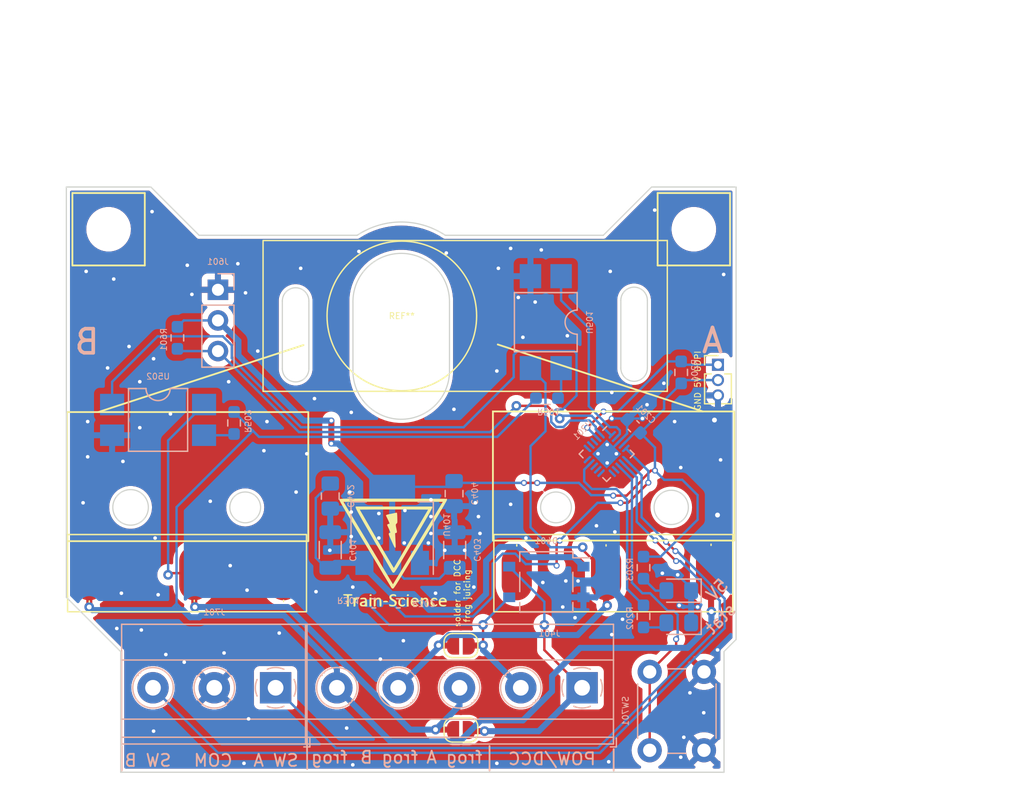
<source format=kicad_pcb>
(kicad_pcb (version 20221018) (generator pcbnew)
  (layers (0 "F.Cu" signal) (31 "B.Cu" signal) (34 "B.Paste" user) (35 "F.Paste" user) (36 "B.SilkS" user "B.Silkscreen") (37 "F.SilkS" user "F.Silkscreen") (38 "B.Mask" user) (39 "F.Mask" user) (44 "Edge.Cuts" user))
  (net 0 "")
  (net 1 "/limitSwitches/FROG")
  (net 2 "/attiny/LIM_B")
  (net 3 "VCC")
  (net 4 "GND")
  (net 5 "+5V")
  (net 6 "/power/DCC_B")
  (net 7 "/DCC/DCC_A")
  (net 8 "/limitSwitches/DCC_B")
  (net 9 "/limitSwitches/DCC_A")
  (net 10 "/attiny/LIM_A")
  (net 11 "/attiny/servo")
  (net 12 "/attiny/control_B")
  (net 13 "/attiny/control_A")
  (net 14 "/DCC/DCC_TTL")
  (net 15 "/DCC/GND")
  (net 16 "/attiny/finetune")
  (net 17 "/attiny/UPDI")
  (net 29 "Net-(R501-Pad2)")
  (net 30 "Net-(R502-Pad1)")
  (net 31 "Net-(D201-A)")
  (net 32 "Net-(D202-A)")
  (net 33 "Net-(U201-PB0)")
  (footprint "MountingHole:MountingHole_3.2mm_M3" (layer "F.Cu") (at 146.5 67.5)
    (fp_text reference "REF**" hide)
    (fp_text value "MountingHole_3.2mm_M3")
  )
  (footprint "MountingHole:MountingHole_3.2mm_M3" (layer "F.Cu") (at 98 67.5)
    (fp_text reference "REF**" hide)
    (fp_text value "MountingHole_3.2mm_M3")
  )
  (footprint "custom_kicad_lib_sk:microswitch" (layer "F.Cu") (at 105.6 96)
    (fp_text reference "SW502")
    (fp_text value "SW_SPDT")
  )
  (footprint "Jumper:SolderJumper-2_P1.3mm_Open_RoundedPad1.0x1.5mm" (layer "F.Cu") (at 127.2 102)
    (fp_text reference "JP401" hide)
    (fp_text value "SolderJumper_2_Open")
  )
  (footprint "custom_kicad_lib_sk:microswitch" (layer "F.Cu") (at 138.727 96 180)
    (fp_text reference "SW501")
    (fp_text value "SW_SPDT")
  )
  (footprint "Connector_PinHeader_1.27mm:PinHeader_1x03_P1.27mm_Vertical" (layer "F.Cu") (at 148.5 78.73)
    (fp_text reference "J201" hide)
    (fp_text value "Conn_01x03_Pin")
  )
  (footprint "custom_kicad_lib_sk:Train-Science logo small" (layer "F.Cu") (at 121.646428 94.39)
    (fp_text reference "G***" hide)
    (fp_text value "LOGO" hide)
  )
  (footprint "custom_kicad_lib_sk:mg90s" (layer "F.Cu") (at 122.301 75.184)
    (fp_text reference "REF**")
    (fp_text value "mg90s")
  )
  (footprint "Jumper:SolderJumper-2_P1.3mm_Open_RoundedPad1.0x1.5mm" (layer "F.Cu") (at 127.2 109)
    (fp_text reference "JP402" hide)
    (fp_text value "SolderJumper_2_Open")
  )
  (footprint "TerminalBlock_Phoenix:TerminalBlock_Phoenix_MKDS-1,5-3-5.08_1x03_P5.08mm_Horizontal" (layer "B.Cu") (at 111.84 105.5 180)
    (fp_text reference "J701")
    (fp_text value "Screw_Terminal_01x03")
  )
  (footprint "Resistor_SMD:R_0402_1005Metric" (layer "B.Cu") (at 119.98 98.5)
    (fp_text reference "R301")
    (fp_text value "26k")
  )
  (footprint "Capacitor_SMD:C_0805_2012Metric_Pad1.18x1.45mm_HandSolder" (layer "B.Cu") (at 116.3692 89.6124 90)
    (fp_text reference "C402")
    (fp_text value "100nF")
  )
  (footprint "Capacitor_SMD:C_0603_1608Metric" (layer "B.Cu") (at 141.515695 83.826005 135)
    (fp_text reference "C201")
    (fp_text value "100nF")
  )
  (footprint "Package_TO_SOT_SMD:SOT-223-3_TabPin2" (layer "B.Cu") (at 121.5 92 90)
    (fp_text reference "U401")
    (fp_text value "AMS1117-5.0")
  )
  (footprint "custom_kicad_lib_sk:R_0603_smalltext" (layer "B.Cu") (at 142.329 95.545 -90)
    (fp_text reference "R203")
    (fp_text value "680R")
  )
  (footprint "LED_SMD:LED_0805_2012Metric_Pad1.15x1.40mm_HandSolder" (layer "B.Cu") (at 145.25 97.45 180)
    (fp_text reference "D202" hide)
    (fp_text value "LED")
  )
  (footprint "LED_SMD:LED_0805_2012Metric_Pad1.15x1.40mm_HandSolder" (layer "B.Cu") (at 145.25 100.117 180)
    (fp_text reference "D201" hide)
    (fp_text value "LED")
  )
  (footprint "Package_TO_SOT_SMD:TO-269AA" (layer "B.Cu") (at 134.275 96.73 180)
    (fp_text reference "D401")
    (fp_text value "MB10S")
  )
  (footprint "Package_DIP:SMDIP-4_W7.62mm" (layer "B.Cu") (at 134.23 75.2 90)
    (fp_text reference "U501")
    (fp_text value "EL814")
  )
  (footprint "custom_kicad_lib_sk:R_0603_smalltext" (layer "B.Cu") (at 103.7 76.5 -90)
    (fp_text reference "R601")
    (fp_text value "10k")
  )
  (footprint "custom_kicad_lib_sk:VQFN-20-1EP_3x3mm_P0.4mm_EP1.7x1.7mm" (layer "B.Cu") (at 139.274695 86.125305 -135)
    (fp_text reference "U201")
    (fp_text value "ATtiny1616-M")
  )
  (footprint "Button_Switch_THT:SW_PUSH_6mm" (layer "B.Cu") (at 142.842428 104.181 -90)
    (fp_text reference "SW701")
    (fp_text value "6mm_tactile")
  )
  (footprint "custom_kicad_lib_sk:R_0603_smalltext" (layer "B.Cu") (at 134.33 81.5)
    (fp_text reference "R501")
    (fp_text value "1k5")
  )
  (footprint "TerminalBlock_Phoenix:TerminalBlock_Phoenix_MKDS-1,5-5-5.08_1x05_P5.08mm_Horizontal" (layer "B.Cu") (at 137.24 105.5 180)
    (fp_text reference "J401")
    (fp_text value "Screw_Terminal_01x05")
  )
  (footprint "Capacitor_SMD:C_0805_2012Metric_Pad1.18x1.45mm_HandSolder" (layer "B.Cu") (at 126.6308 89.4092 90)
    (fp_text reference "C404")
    (fp_text value "100nF")
  )
  (footprint "Resistor_SMD:R_0402_1005Metric" (layer "B.Cu") (at 122.01 98.5)
    (fp_text reference "R302")
    (fp_text value "10k")
  )
  (footprint "Package_DIP:SMDIP-4_W7.62mm" (layer "B.Cu") (at 102.1 83.3 180)
    (fp_text reference "U502")
    (fp_text value "EL814")
  )
  (footprint "custom_kicad_lib_sk:R_0603_smalltext" (layer "B.Cu") (at 142.329 99.5855 -90)
    (fp_text reference "R202")
    (fp_text value "680R")
  )
  (footprint "custom_kicad_lib_sk:R_0603_smalltext" (layer "B.Cu") (at 145.452 79.365 90)
    (fp_text reference "R201")
    (fp_text value "10k")
  )
  (footprint "Capacitor_SMD:C_1206_3216Metric" (layer "B.Cu") (at 116.3692 94.0828 90)
    (fp_text reference "C401")
    (fp_text value "47uF")
  )
  (footprint "custom_kicad_lib_sk:R_0603_smalltext" (layer "B.Cu") (at 108.3992 83.554 90)
    (fp_text reference "R502")
    (fp_text value "1k5")
  )
  (footprint "Capacitor_SMD:C_1206_3216Metric" (layer "B.Cu") (at 126.6816 94.0828 90)
    (fp_text reference "C403")
    (fp_text value "100uF")
  )
  (footprint "Connector_PinHeader_2.54mm:PinHeader_1x03_P2.54mm_Vertical" (layer "B.Cu") (at 107.061 72.517 180)
    (fp_text reference "J601")
    (fp_text value "Conn_01x03")
  )
  (gr_line (start 114.44 109.6) (end 114.4562 112.231) (stroke (width 0.15)) (layer "B.SilkS"))
  (gr_line (start 99.0892 112.231) (end 99.0892 110.326) (stroke (width 0.15)) (layer "B.SilkS"))
  (gr_line (start 129.5692 110.326) (end 129.5692 112.358) (stroke (width 0.15)) (layer "B.SilkS"))
  (gr_line (start 99.0892 112.358) (end 99.0892 112.231) (stroke (width 0.15)) (layer "B.SilkS"))
  (gr_line (start 139.8562 112.358) (end 139.8562 110.58) (stroke (width 0.15)) (layer "B.SilkS"))
  (gr_rect (start 95 64.5) (end 95 70.5) (stroke (width 0.15)) (fill none) (layer "F.SilkS"))
  (gr_rect (start 143.5 70.5) (end 149.5 70.5) (stroke (width 0.15)) (fill none) (layer "F.SilkS"))
  (gr_rect (start 143.5 64.5) (end 143.5 70.5) (stroke (width 0.15)) (fill none) (layer "F.SilkS"))
  (gr_rect (start 129.85 82.6) (end 149.85 93.3) (stroke (width 0.15)) (fill none) (layer "F.SilkS"))
  (gr_rect (start 94.55 82.65) (end 114.55 93.35) (stroke (width 0.15)) (fill none) (layer "F.SilkS"))
  (gr_line (start 130.25 77.05) (end 147.25 82.6) (stroke (width 0.15)) (layer "F.SilkS"))
  (gr_rect (start 95 64.5) (end 101 64.5) (stroke (width 0.15)) (fill none) (layer "F.SilkS"))
  (gr_line (start 97.15 82.65) (end 114.15 77.1) (stroke (width 0.15)) (layer "F.SilkS"))
  (gr_rect (start 143.5 64.5) (end 149.5 64.5) (stroke (width 0.15)) (fill none) (layer "F.SilkS"))
  (gr_rect (start 95 70.5) (end 101 70.5) (stroke (width 0.15)) (fill none) (layer "F.SilkS"))
  (gr_rect (start 149.5 64.5) (end 149.5 70.5) (stroke (width 0.15)) (fill none) (layer "F.SilkS"))
  (gr_rect (start 101 64.5) (end 101 70.5) (stroke (width 0.15)) (fill none) (layer "F.SilkS"))
  (gr_circle (center 99.822 90.55) (end 101.295419 90.55) (stroke (width 0.1)) (fill none) (layer "Edge.Cuts"))
  (gr_line (start 150 64) (end 143 64) (stroke (width 0.1)) (layer "Edge.Cuts"))
  (gr_circle (center 135.0772 90.55) (end 136.353534 90.55) (stroke (width 0.1)) (fill none) (layer "Edge.Cuts"))
  (gr_arc (start 140.45 73.4) (mid 141.55 72.3) (end 142.65 73.4) (stroke (width 0.1)) (layer "Edge.Cuts"))
  (gr_line (start 114.6 73.45) (end 114.6 79.05) (stroke (width 0.1)) (layer "Edge.Cuts"))
  (gr_line (start 112.4 79.05) (end 112.4 73.45) (stroke (width 0.1)) (layer "Edge.Cuts"))
  (gr_line (start 149 112.5) (end 99 112.5) (stroke (width 0.1)) (layer "Edge.Cuts"))
  (gr_line (start 94.5 98) (end 94.5 64) (stroke (width 0.1)) (layer "Edge.Cuts"))
  (gr_arc (start 112.4 73.45) (mid 113.5 72.35) (end 114.6 73.45) (stroke (width 0.1)) (layer "Edge.Cuts"))
  (gr_line (start 105.5 68) (end 118.6 68.000001) (stroke (width 0.1)) (layer "Edge.Cuts"))
  (gr_circle (center 109.3216 90.55) (end 110.597934 90.55) (stroke (width 0.1)) (fill none) (layer "Edge.Cuts"))
  (gr_line (start 149 112.5) (end 149 102.5) (stroke (width 0.1)) (layer "Edge.Cuts"))
  (gr_arc (start 118.6 68.000001) (mid 122.25 66.899054) (end 125.9 68.000001) (stroke (width 0.1)) (layer "Edge.Cuts"))
  (gr_line (start 94.5 64) (end 101.5 64) (stroke (width 0.1)) (layer "Edge.Cuts"))
  (gr_line (start 99 102.5) (end 94.5 98) (stroke (width 0.1)) (layer "Edge.Cuts"))
  (gr_line (start 150 64) (end 150 101.5) (stroke (width 0.1)) (layer "Edge.Cuts"))
  (gr_line (start 99 112.5) (end 99 102.5) (stroke (width 0.1)) (layer "Edge.Cuts"))
  (gr_line (start 149 102.5) (end 150 101.5) (stroke (width 0.1)) (layer "Edge.Cuts"))
  (gr_arc (start 114.6 79.05) (mid 113.5 80.15) (end 112.4 79.05) (stroke (width 0.1)) (layer "Edge.Cuts"))
  (gr_arc (start 118.25 73.5) (mid 122.25 69.5) (end 126.25 73.5) (stroke (width 0.1)) (layer "Edge.Cuts"))
  (gr_line (start 140.45 79) (end 140.45 73.4) (stroke (width 0.1)) (layer "Edge.Cuts"))
  (gr_line (start 118.25 79.248) (end 118.25 73.5) (stroke (width 0.1)) (layer "Edge.Cuts"))
  (gr_line (start 101.5 64) (end 105.5 68) (stroke (width 0.1)) (layer "Edge.Cuts"))
  (gr_line (start 126.25 73.5) (end 126.25 79.248) (stroke (width 0.1)) (layer "Edge.Cuts"))
  (gr_line (start 125.9 68.000001) (end 139 68) (stroke (width 0.1)) (layer "Edge.Cuts"))
  (gr_arc (start 126.25 79.248) (mid 122.25 83.248) (end 118.25 79.248) (stroke (width 0.1)) (layer "Edge.Cuts"))
  (gr_line (start 142.65 73.4) (end 142.65 79) (stroke (width 0.1)) (layer "Edge.Cuts"))
  (gr_line (start 139 68) (end 143 64) (stroke (width 0.1)) (layer "Edge.Cuts"))
  (gr_circle (center 144.6276 90.55) (end 146.047503 90.55) (stroke (width 0.1)) (fill none) (layer "Edge.Cuts"))
  (gr_arc (start 142.65 79) (mid 141.55 80.1) (end 140.45 79) (stroke (width 0.1)) (layer "Edge.Cuts"))
  (gr_text "5V" (at 149.568 97.069 45) (layer "B.SilkS") (effects (font (size 1 1)) (justify left bottom mirror)))
  (gr_text "SW A" (at 113.8212 112.104) (layer "B.SilkS") (effects (font (size 1 1)) (justify left bottom mirror)))
  (gr_text "frog" (at 117.8852 111.85) (layer "B.SilkS") (effects (font (size 1 1)) (justify left bottom mirror)))
  (gr_text "A" (at 149.1 77.9) (layer "B.SilkS") (effects (font (size 2 2) (thickness 0.3)) (justify left bottom mirror)))
  (gr_text "frog B\n" (at 123.7272 111.85) (layer "B.SilkS") (effects (font (size 1 1)) (justify left bottom mirror)))
  (gr_text "B" (at 97.4 78) (layer "B.SilkS") (effects (font (size 2 2) (thickness 0.3)) (justify left bottom mirror)))
  (gr_text "frog A" (at 129.0612 111.85) (layer "B.SilkS") (effects (font (size 1 1)) (justify left bottom mirror)))
  (gr_text "POW/DCC" (at 138.4592 111.977) (layer "B.SilkS") (effects (font (size 1 1)) (justify left bottom mirror)))
  (gr_text "SW B\n" (at 103.2802 112.104) (layer "B.SilkS") (effects (font (size 1 1)) (justify left bottom mirror)))
  (gr_text "stat" (at 150.203 99.101 45) (layer "B.SilkS") (effects (font (size 1 1)) (justify left bottom mirror)))
  (gr_text "COM" (at 108.3602 112.104) (layer "B.SilkS") (effects (font (size 1 1)) (justify left bottom mirror)))
  (gr_text "solder for DCC\n frog juicing" (at 128 100.5 90) (layer "F.SilkS") (effects (font (size 0.5 0.5) (thickness 0.075)) (justify left bottom)))
  (gr_text "GND 5V UDPI" (at 147.114 82.574 90) (layer "F.SilkS") (effects (font (size 0.5 0.5) (thickness 0.075)) (justify left bottom)))
  (segment (start 96.4 98.799) (end 96.4 96) (width 0.5) (layer "F.Cu") (net 1))
  (segment (start 147.927 99.159) (end 147.955 99.187) (width 0.5) (layer "F.Cu") (net 1))
  (segment (start 147.927 96) (end 147.927 99.159) (width 0.5) (layer "F.Cu") (net 1))
  (segment (start 96.393 98.806) (end 96.4 98.799) (width 0.5) (layer "F.Cu") (net 1))
  (via (at 147.955 99.187) (size 0.8) (drill 0.4) (layers "F.Cu" "B.Cu") (net 1))
  (via (at 96.393 98.806) (size 0.8) (drill 0.4) (layers "F.Cu" "B.Cu") (net 1))
  (segment (start 109.9587 84.201) (end 109.77985 84.02215) (width 0.2) (layer "B.Cu") (net 1))
  (segment (start 116.92 105.5) (end 121.363 109.943) (width 0.5) (layer "B.Cu") (net 1))
  (segment (start 103.632 90.5277) (end 103.632 98.526063) (width 0.2) (layer "B.Cu") (net 1))
  (segment (start 109.77985 84.37985) (end 109.77985 84.02215) (width 0.2) (layer "B.Cu") (net 1))
  (segment (start 112.541176 99.506) (end 116.92 103.884824) (width 0.5) (layer "B.Cu") (net 1))
  (segment (start 109.77985 84.02215) (end 108.3992 82.6415) (width 0.2) (layer "B.Cu") (net 1))
  (segment (start 116.92 103.884824) (end 116.92 105.5) (width 0.5) (layer "B.Cu") (net 1))
  (segment (start 104.165937 99.06) (end 104.761937 99.656) (width 0.5) (layer "B.Cu") (net 1))
  (segment (start 109.71635 84.44335) (end 109.77985 84.37985) (width 0.2) (layer "B.Cu") (net 1))
  (segment (start 130.2085 84.709) (end 110.4667 84.709) (width 0.2) (layer "B.Cu") (net 1))
  (segment (start 103.632 98.526063) (end 103.632 99.06) (width 0.2) (layer "B.Cu") (net 1))
  (segment (start 145.964091 102.193909) (end 147.955 100.203) (width 0.5) (layer "B.Cu") (net 1))
  (segment (start 105.658082 99.506) (end 112.541176 99.506) (width 0.5) (layer "B.Cu") (net 1))
  (segment (start 121.363 109.943) (end 127.106918 109.943) (width 0.5) (layer "B.Cu") (net 1))
  (segment (start 134.747 104.521) (end 137.074091 102.193909) (width 0.5) (layer "B.Cu") (net 1))
  (segment (start 103.632 98.526063) (end 103.124 99.034063) (width 0.2) (layer "B.Cu") (net 1))
  (segment (start 147.955 100.203) (end 147.955 99.187) (width 0.5) (layer "B.Cu") (net 1))
  (segment (start 127.106918 109.943) (end 128.845918 108.204) (width 0.5) (layer "B.Cu") (net 1))
  (segment (start 110.4667 84.709) (end 109.9587 84.201) (width 0.2) (layer "B.Cu") (net 1))
  (segment (start 103.632 99.06) (end 104.165937 99.06) (width 0.5) (layer "B.Cu") (net 1))
  (segment (start 103.124 99.06) (end 103.632 99.06) (width 0.5) (layer "B.Cu") (net 1))
  (segment (start 105.508082 99.656) (end 105.658082 99.506) (width 0.5) (layer "B.Cu") (net 1))
  (segment (start 96.647 99.06) (end 103.124 99.06) (width 0.5) (layer "B.Cu") (net 1))
  (segment (start 104.761937 99.656) (end 105.508082 99.656) (width 0.5) (layer "B.Cu") (net 1))
  (segment (start 109.9587 84.201) (end 109.71635 84.44335) (width 0.2) (layer "B.Cu") (net 1))
  (segment (start 137.074091 102.193909) (end 145.964091 102.193909) (width 0.5) (layer "B.Cu") (net 1))
  (segment (start 134.747 105.791) (end 134.747 104.521) (width 0.5) (layer "B.Cu") (net 1))
  (segment (start 128.845918 108.204) (end 132.334 108.204) (width 0.5) (layer "B.Cu") (net 1))
  (segment (start 109.71635 84.44335) (end 103.632 90.5277) (width 0.2) (layer "B.Cu") (net 1))
  (segment (start 103.632 98.526063) (end 104.165937 99.06) (width 0.2) (layer "B.Cu") (net 1))
  (segment (start 96.393 98.806) (end 96.647 99.06) (width 0.5) (layer "B.Cu") (net 1))
  (segment (start 103.124 99.034063) (end 103.124 99.06) (width 0.2) (layer "B.Cu") (net 1))
  (segment (start 132.334 108.204) (end 134.747 105.791) (width 0.5) (layer "B.Cu") (net 1))
  (segment (start 133.4175 81.5) (end 130.2085 84.709) (width 0.2) (layer "B.Cu") (net 1))
  (segment (start 137.795 75.692) (end 135.5 73.397) (width 0.2) (layer "B.Cu") (net 2))
  (segment (start 140.367157 84.467157) (end 140.367157 84.177209) (width 0.2) (layer "B.Cu") (net 2))
  (segment (start 135.5 73.397) (end 135.5 71.39) (width 0.2) (layer "B.Cu") (net 2))
  (segment (start 139.531662 83.901472) (end 137.795 82.16481) (width 0.2) (layer "B.Cu") (net 2))
  (segment (start 140.367157 84.177209) (end 140.09142 83.901472) (width 0.2) (layer "B.Cu") (net 2))
  (segment (start 140.017157 84.817157) (end 140.367157 84.467157) (width 0.2) (layer "B.Cu") (net 2))
  (segment (start 137.795 82.16481) (end 137.795 75.692) (width 0.2) (layer "B.Cu") (net 2))
  (segment (start 140.09142 83.901472) (end 139.531662 83.901472) (width 0.2) (layer "B.Cu") (net 2))
  (segment (start 119.2 95.15) (end 116.777 95.15) (width 0.5) (layer "B.Cu") (net 3))
  (segment (start 132.777 94.677) (end 131.93 93.83) (width 0.5) (layer "B.Cu") (net 3))
  (segment (start 116.777 95.15) (end 116.3692 95.5578) (width 0.5) (layer "B.Cu") (net 3))
  (segment (start 136.567 94.677) (end 132.777 94.677) (width 0.5) (layer "B.Cu") (net 3))
  (segment (start 115.1692 94.7222) (end 115.1692 89.7749) (width 0.2) (layer "B.Cu") (net 3))
  (segment (start 129.279913 94.98627) (end 129.279913 97.725095) (width 0.5) (layer "B.Cu") (net 3))
  (segment (start 137.35 95.46) (end 136.567 94.677) (width 0.5) (layer "B.Cu") (net 3))
  (segment (start 131.93 93.83) (end 130.436182 93.83) (width 0.5) (layer "B.Cu") (net 3))
  (segment (start 123.257 97.73) (end 121.43 97.73) (width 0.5) (layer "B.Cu") (net 3))
  (segment (start 116.0048 95.5578) (end 115.1692 94.7222) (width 0.2) (layer "B.Cu") (net 3))
  (segment (start 115.1692 89.7749) (end 116.3692 88.5749) (width 0.2) (layer "B.Cu") (net 3))
  (segment (start 116.3692 95.5578) (end 116.0048 95.5578) (width 0.2) (layer "B.Cu") (net 3))
  (segment (start 129.279913 97.725095) (end 127.968008 99.037) (width 0.5) (layer "B.Cu") (net 3))
  (segment (start 121.43 97.73) (end 119.2 95.5) (width 0.5) (layer "B.Cu") (net 3))
  (segment (start 119.2 95.5) (end 119.2 95.15) (width 0.5) (layer "B.Cu") (net 3))
  (segment (start 124.564 99.037) (end 123.257 97.73) (width 0.5) (layer "B.Cu") (net 3))
  (segment (start 130.436182 93.83) (end 129.279913 94.98627) (width 0.5) (layer "B.Cu") (net 3))
  (segment (start 127.968008 99.037) (end 124.564 99.037) (width 0.5) (layer "B.Cu") (net 3))
  (via (at 100.711 100.711) (size 0.5) (drill 0.3) (layers "F.Cu" "B.Cu") (net 4))
  (via (at 102.108 97.79) (size 0.5) (drill 0.3) (layers "F.Cu" "B.Cu") (net 4))
  (via (at 148.463 91.186) (size 0.8) (drill 0.4) (layers "F.Cu" "B.Cu") (net 4))
  (via (at 131.953 73.152) (size 0.5) (drill 0.3) (layers "F.Cu" "B.Cu") (net 4))
  (via (at 139.446 111.633) (size 0.5) (drill 0.3) (layers "F.Cu" "B.Cu") (net 4))
  (via (at 109.347 72.771) (size 0.5) (drill 0.3) (layers "F.Cu" "B.Cu") (net 4))
  (via (at 148.463 102.362) (size 0.5) (drill 0.3) (layers "F.Cu" "B.Cu") (net 4))
  (via (at 116.332 94.107) (size 0.5) (drill 0.3) (layers "F.Cu" "B.Cu") (net 4))
  (via (at 120.396 93.091) (size 0.5) (drill 0.3) (layers "F.Cu" "B.Cu") (net 4))
  (via (at 104.521 70.485) (size 0.5) (drill 0.3) (layers "F.Cu" "B.Cu") (net 4))
  (via (at 117.983 89.281) (size 0.5) (drill 0.3) (layers "F.Cu" "B.Cu") (net 4))
  (via (at 128.651 91.313) (size 0.5) (drill 0.3) (layers "F.Cu" "B.Cu") (net 4))
  (via (at 102.743 102.743) (size 0.5) (drill 0.3) (layers "F.Cu" "B.Cu") (net 4))
  (via (at 144.907 83.439) (size 0.5) (drill 0.3) (layers "F.Cu" "B.Cu") (net 4))
  (via (at 98.425 71.628) (size 0.5) (drill 0.3) (layers "F.Cu" "B.Cu") (net 4))
  (via (at 101.727 109.093) (size 0.5) (drill 0.3) (layers "F.Cu" "B.Cu") (net 4))
  (via (at 96.266 86.36) (size 0.5) (drill 0.3) (layers "F.Cu" "B.Cu") (net 4))
  (via (at 111.125 83.439) (size 0.5) (drill 0.3) (layers "F.Cu" "B.Cu") (net 4))
  (via (at 128.778 92.71) (size 0.5) (drill 0.3) (layers "F.Cu" "B.Cu") (net 4))
  (via (at 117.729 108.839) (size 0.5) (drill 0.3) (layers "F.Cu" "B.Cu") (net 4))
  (via (at 133.858 69.215) (size 0.5) (drill 0.3) (layers "F.Cu" "B.Cu") (net 4))
  (via (at 101.6 66.04) (size 0.5) (drill 0.3) (layers "F.Cu" "B.Cu") (net 4))
  (via (at 142.621 82.042) (size 0.5) (drill 0.3) (layers "F.Cu" "B.Cu") (net 4))
  (via (at 136.017 76.327) (size 0.5) (drill 0.3) (layers "F.Cu" "B.Cu") (net 4))
  (via (at 113.538 89.281) (size 0.5) (drill 0.3) (layers "F.Cu" "B.Cu") (net 4))
  (via (at 125.857 94.107) (size 0.5) (drill 0.3) (layers "F.Cu" "B.Cu") (net 4))
  (via (at 107.95 80.137) (size 0.5) (drill 0.3) (layers "F.Cu" "B.Cu") (net 4))
  (via (at 100.584 80.137) (size 0.5) (drill 0.3) (layers "F.Cu" "B.Cu") (net 4))
  (via (at 135.636 98.806) (size 0.5) (drill 0.3) (layers "F.Cu" "B.Cu") (net 4))
  (via (at 104.267 103.378) (size 0.5) (drill 0.3) (layers "F.Cu" "B.Cu") (net 4))
  (via (at 110.871 85.852) (size 0.5) (drill 0.3) (layers "F.Cu" "B.Cu") (net 4))
  (via (at 118.11 90.932) (size 0.5) (drill 0.3) (layers "F.Cu" "B.Cu") (net 4))
  (via (at 97.917 78.994) (size 0.5) (drill 0.3) (layers "F.Cu" "B.Cu") (net 4))
  (via (at 109.22 111.76) (size 0.5) (drill 0.3) (layers "F.Cu" "B.Cu") (net 4))
  (via (at 122.555 90.805) (size 0.5) (drill 0.3) (layers "F.Cu" "B.Cu") (net 4))
  (via (at 146.177 105.918) (size 0.5) (drill 0.3) (layers "F.Cu" "B.Cu") (net 4))
  (via (at 139.7 83.185) (size 0.5) (drill 0.3) (layers "F.Cu" "B.Cu") (net 4))
  (via (at 110.363 77.597) (size 0.5) (drill 0.3) (layers "F.Cu" "B.Cu") (net 4))
  (via (at 148.971 71.247) (size 0.5) (drill 0.3) (layers "F.Cu" "B.Cu") (net 4))
  (via (at 130.175 111.76) (size 0.5) (drill 0.3) (layers "F.Cu" "B.Cu") (net 4))
  (via (at 118.745 69.342) (size 0.5) (drill 0.3) (layers "F.Cu" "B.Cu") (net 4))
  (via (at 145.415 111.252) (size 0.5) (drill 0.3) (layers "F.Cu" "B.Cu") (net 4))
  (via (at 115.062 81.534) (size 0.5) (drill 0.3) (layers "F.Cu" "B.Cu") (net 4))
  (via (at 145.161 96.139) (size 0.5) (drill 0.3) (layers "F.Cu" "B.Cu") (net 4))
  (via (at 95.885 90.17) (size 0.5) (drill 0.3) (layers "F.Cu" "B.Cu") (net 4))
  (via (at 144.018 80.264) (size 0.5) (drill 0.3) (layers "F.Cu" "B.Cu") (net 4))
  (via (at 103.124 82.804) (size 0.5) (drill 0.3) (layers "F.Cu" "B.Cu") (net 4))
  (via (at 96.139 70.993) (size 0.5) (drill 0.3) (layers "F.Cu" "B.Cu") (net 4))
  (via (at 133.985 96.774) (size 0.5) (drill 0.3) (layers "F.Cu" "B.Cu") (net 4))
  (via (at 148.717 86.614) (size 0.5) (drill 0.3) (layers "F.Cu" "B.Cu") (net 4))
  (via (at 118.237 111.887) (size 0.5) (drill 0.3) (layers "F.Cu" "B.Cu") (net 4))
  (via (at 128.397 90.17) (size 0.5) (drill 0.3) (layers "F.Cu" "B.Cu") (net 4))
  (via (at 122.428 101.6) (size 0.5) (drill 0.3) (layers "F.Cu" "B.Cu") (net 4))
  (via (at 138.557 86.106) (size 0.5) (drill 0.3) (layers "F.Cu" "B.Cu") (net 4))
  (via (at 115.189 97.536) (size 0.5) (drill 0.3) (layers "F.Cu" "B.Cu") (net 4))
  (via (at 108.712 70.358) (size 0.5) (drill 0.3) (layers "F.Cu" "B.Cu") (net 4))
  (via (at 132.334 76.454) (size 0.5) (drill 0.3) (layers "F.Cu" "B.Cu") (net 4))
  (via (at 145.288 98.679) (size 0.5) (drill 0.3) (layers "F.Cu" "B.Cu") (net 4))
  (via (at 118.11 92.964) (size 0.5) (drill 0.3) (layers "F.Cu" "B.Cu") (net 4))
  (via (at 118.11 82.677) (size 0.5) (drill 0.3) (layers "F.Cu" "B.Cu") (net 4))
  (via (at 120.523 103.124) (size 0.5) (drill 0.3) (layers "F.Cu" "B.Cu") (net 4))
  (via (at 139.7 81.026) (size 0.5) (drill 0.3) (layers "F.Cu" "B.Cu") (net 4))
  (via (at 124.714 91.313) (size 0.5) (drill 0.3) (layers "F.Cu" "B.Cu") (net 4))
  (via (at 146.812 98.806) (size 0.5) (drill 0.3) (layers "F.Cu" "B.Cu") (net 4))
  (via (at 124.5 93.5) (size 0.5) (drill 0.3) (layers "F.Cu" "B.Cu") (net 4))
  (via (at 139.954 92.583) (size 0.5) (drill 0.3) (layers "F.Cu" "B.Cu") (net 4))
  (via (at 130.302 70.739) (size 0.5) (drill 0.3) (layers "F.Cu" "B.Cu") (net 4))
  (via (at 139.7 101.092) (size 0.5) (drill 0.3) (layers "F.Cu" "B.Cu") (net 4))
  (via (at 106.426 90.043) (size 0.5) (drill 0.3) (layers "F.Cu" "B.Cu") (net 4))
  (via (at 104.902 72.898) (size 0.5) (drill 0.3) (layers "F.Cu" "B.Cu") (net 4))
  (via (at 145.669 109.601) (size 0.5) (drill 0.3) (layers "F.Cu" "B.Cu") (net 4))
  (via (at 133.35 73.533) (size 0.5) (drill 0.3) (layers "F.Cu" "B.Cu") (net 4))
  (via (at 99.187 86.741) (size 0.5) (drill 0.3) (layers "F.Cu" "B.Cu") (net 4))
  (via (at 99.06 97.663) (size 0.5) (drill 0.3) (layers "F.Cu" "B.Cu") (net 4))
  (via (at 122.5 93.5) (size 0.5) (drill 0.3) (layers "F.Cu" "B.Cu") (net 4))
  (via (at 125.095 97.663) (size 0.5) (drill 0.3) (layers "F.Cu" "B.Cu") (net 4))
  (via (at 145.415 87.249) (size 0.5) (drill 0.3) (layers "F.Cu" "B.Cu") (net 4))
  (via (at 136.652 99.695) (size 0.5) (drill 0.3) (layers "F.Cu" "B.Cu") (net 4))
  (via (at 124.714 92.71) (size 0.5) (drill 0.3) (layers "F.Cu" "B.Cu") (net 4))
  (via (at 136.906 96.647) (size 0.5) (drill 0.3) (layers "F.Cu" "B.Cu") (net 4))
  (via (at 135.89 96.647) (size 0.5) (drill 0.3) (layers "F.Cu" "B.Cu") (net 4))
  (via (at 101.727 78.232) (size 0.5) (drill 0.3) (layers "F.Cu" "B.Cu") (net 4))
  (via (at 96.266 83.439) (size 0.5) (drill 0.3) (layers "F.Cu" "B.Cu") (net 4))
  (via (at 112.141 100.965) (size 0.5) (drill 0.3) (layers "F.Cu" "B.Cu") (net 4))
  (via (at 126.619 82.423) (size 0.5) (drill 0.3) (layers "F.Cu" "B.Cu") (net 4))
  (via (at 98.679 100.584) (size 0.5) (drill 0.3) (layers "F.Cu" "B.Cu") (net 4))
  (via (at 131.318 69.088) (size 0.5) (drill 0.3) (layers "F.Cu" "B.Cu") (net 4))
  (via (at 118.237 97.155) (size 0.5) (drill 0.3) (layers "F.Cu" "B.Cu") (net 4))
  (via (at 143.256 65.913) (size 0.5) (drill 0.3) (layers "F.Cu" "B.Cu") (net 4))
  (via (at 143.891 96.012) (size 0.5) (drill 0.3) (layers "F.Cu" "B.Cu") (net 4))
  (via (at 131.318 90.297) (size 0.5) (drill 0.3) (layers "F.Cu" "B.Cu") (net 4))
  (via (at 128.27 97.155) (size 0.5) (drill 0.3) (layers "F.Cu" "B.Cu") (net 4))
  (via (at 114.427 86.106) (size 0.5) (drill 0.3) (layers "F.Cu" "B.Cu") (net 4))
  (via (at 127.508 94.107) (size 0.5) (drill 0.3) (layers "F.Cu" "B.Cu") (net 4))
  (via (at 109.601 108.077) (size 0.5) (drill 0.3) (layers "F.Cu" "B.Cu") (net 4))
  (via (at 140.589 99.822) (size 0.5) (drill 0.3) (layers "F.Cu" "B.Cu") (net 4))
  (via (at 142.24 83.185) (size 0.5) (drill 0.3) (layers "F.Cu" "B.Cu") (net 4))
  (via (at 148.209 83.312) (size 0.8) (drill 0.4) (layers "F.Cu" "B.Cu") (net 4))
  (via (at 132.588 93.091) (size 0.5) (drill 0.3) (layers "F.Cu" "B.Cu") (net 4))
  (via (at 147.32 107.569) (size 0.5) (drill 0.3) (layers "F.Cu" "B.Cu") (net 4))
  (via (at 113.919 70.739) (size 0.5) (drill 0.3) (layers "F.Cu" "B.Cu") (net 4))
  (via (at 124.714 89.916) (size 0.5) (drill 0.3) (layers "F.Cu" "B.Cu") (net 4))
  (via (at 139.319 85.344) (size 0.5) (drill 0.3) (layers "F.Cu" "B.Cu") (net 4))
  (via (at 101.854 93.091) (size 0.5) (drill 0.3) (layers "F.Cu" "B.Cu") (net 4))
  (via (at 99.695 77.216) (size 0.5) (drill 0.3) (layers "F.Cu" "B.Cu") (net 4))
  (via (at 100.584 83.947) (size 0.5) (drill 0.3) (layers "F.Cu" "B.Cu") (net 4))
  (via (at 108.077 95.377) (size 0.5) (drill 0.3) (layers "F.Cu" "B.Cu") (net 4))
  (via (at 140.081 86.106) (size 0.5) (drill 0.3) (layers "F.Cu" "B.Cu") (net 4))
  (via (at 107.569 102.616) (size 0.5) (drill 0.3) (layers "F.Cu" "B.Cu") (net 4))
  (via (at 109.474 97.409) (size 0.5) (drill 0.3) (layers "F.Cu" "B.Cu") (net 4))
  (via (at 139.319 86.868) (size 0.5) (drill 0.3) (layers "F.Cu" "B.Cu") (net 4))
  (via (at 120.396 91.059) (size 0.5) (drill 0.3) (layers "F.Cu" "B.Cu") (net 4))
  (via (at 139.573 70.993) (size 0.5) (drill 0.3) (layers "F.Cu" "B.Cu") (net 4))
  (via (at 125.984 69.469) (size 0.5) (drill 0.3) (layers "F.Cu" "B.Cu") (net 4))
  (via (at 130.175 79.248) (size 0.5) (drill 0.3) (layers "F.Cu" "B.Cu") (net 4))
  (via (at 138.43 92.075) (size 0.5) (drill 0.3) (layers "F.Cu" "B.Cu") (net 4))
  (segment (start 140.97 83.28031) (end 140.967687 83.277997) (width 0.2) (layer "B.Cu") (net 4))
  (segment (start 145.161 96.139) (end 146.275 97.253) (width 0.2) (layer "B.Cu") (net 4))
  (segment (start 140.87469 83.185) (end 140.967687 83.277997) (width 0.2) (layer "B.Cu") (net 4))
  (segment (start 140.3 85.1) (end 139.274695 86.125305) (width 0.2) (layer "B.Cu") (net 4))
  (segment (start 146.275 97.253) (end 146.275 97.45) (width 0.2) (layer "B.Cu") (net 4))
  (segment (start 140.3 85.1) (end 140.97 84.43) (width 0.2) (layer "B.Cu") (net 4))
  (segment (start 142.24 83.185) (end 141.060684 83.185) (width 0.2) (layer "B.Cu") (net 4))
  (segment (start 141.060684 83.185) (end 140.967687 83.277997) (width 0.2) (layer "B.Cu") (net 4))
  (segment (start 139.7 83.185) (end 140.87469 83.185) (width 0.2) (layer "B.Cu") (net 4))
  (segment (start 140.97 84.43) (end 140.97 83.28031) (width 0.2) (layer "B.Cu") (net 4))
  (segment (start 142.178668 88.321332) (end 140.9235 89.5765) (width 0.2) (layer "F.Cu") (net 5))
  (segment (start 116.459 85.2585) (end 116.459 83.3595) (width 0.5) (layer "F.Cu") (net 5))
  (segment (start 143.278168 87.5) (end 142.95085 87.5) (width 0.2) (layer "F.Cu") (net 5))
  (segment (start 142.178668 88.272182) (end 142.178668 88.321332) (width 0.2) (layer "F.Cu") (net 5))
  (segment (start 132.4195 88.519) (end 133.5185 88.519) (width 0.2) (layer "F.Cu") (net 5))
  (segment (start 140.9235 89.5765) (end 139.819444 89.5765) (width 0.2) (layer "F.Cu") (net 5))
  (segment (start 142.95085 87.5) (end 142.178668 88.272182) (width 0.2) (layer "F.Cu") (net 5))
  (via (at 132.4195 88.519) (size 0.5) (drill 0.3) (layers "F.Cu" "B.Cu") (net 5))
  (via (at 133.5185 88.519) (size 0.5) (drill 0.3) (layers "F.Cu" "B.Cu") (net 5))
  (via (at 116.459 83.3595) (size 0.5) (drill 0.3) (layers "F.Cu" "B.Cu") (net 5))
  (via (at 139.819444 89.5765) (size 0.5) (drill 0.3) (layers "F.Cu" "B.Cu") (net 5))
  (via (at 116.459 85.2585) (size 0.5) (drill 0.3) (layers "F.Cu" "B.Cu") (net 5))
  (via (at 143.278168 87.5) (size 0.5) (drill 0.3) (layers "F.Cu" "B.Cu") (net 5))
  (segment (start 121.5 95.15) (end 121.5 88.85) (width 0.5) (layer "B.Cu") (net 5))
  (segment (start 141.591673 84.374013) (end 142.063703 84.374013) (width 0.2) (layer "B.Cu") (net 5))
  (segment (start 116.459 83.3595) (end 114.167004 83.3595) (width 0.5) (layer "B.Cu") (net 5))
  (segment (start 104.2305 75.057) (end 107.061 75.057) (width 0.2) (layer "B.Cu") (net 5))
  (segment (start 146.812 89.535) (end 146.812 91.567) (width 0.2) (layer "B.Cu") (net 5))
  (segment (start 144.043168 88.265) (end 145.542 88.265) (width 0.2) (layer "B.Cu") (net 5))
  (segment (start 140.582843 85.382843) (end 141.591673 84.374013) (width 0.2) (layer "B.Cu") (net 5))
  (segment (start 126.6308 88.3717) (end 126.1525 88.85) (width 0.2) (layer "B.Cu") (net 5))
  (segment (start 126.6816 95.5578) (end 126.3112 95.5578) (width 0.2) (layer "B.Cu") (net 5))
  (segment (start 126.1525 88.85) (end 121.5 88.85) (width 0.2) (layer "B.Cu") (net 5))
  (segment (start 108.761 77.953496) (end 108.761 76.757) (width 0.5) (layer "B.Cu") (net 5))
  (segment (start 122.485 96.45) (end 121.5 95.465) (width 0.2) (layer "B.Cu") (net 5))
  (segment (start 126.3112 95.5578) (end 125.419 96.45) (width 0.2) (layer "B.Cu") (net 5))
  (segment (start 126.6308 88.3717) (end 126.7781 88.519) (width 0.2) (layer "B.Cu") (net 5))
  (segment (start 143.7465 94.6325) (end 142.329 94.6325) (width 0.2) (layer "B.Cu") (net 5))
  (segment (start 125.419 96.45) (end 122.485 96.45) (width 0.2) (layer "B.Cu") (net 5))
  (segment (start 145.7295 80) (end 145.452 80.2775) (width 0.2) (layer "B.Cu") (net 5))
  (segment (start 121.5 95.465) (end 121.5 95.15) (width 0.2) (layer "B.Cu") (net 5))
  (segment (start 108.761 76.757) (end 107.061 75.057) (width 0.5) (layer "B.Cu") (net 5))
  (segment (start 117.0085 85.2585) (end 116.459 85.2585) (width 0.5) (layer "B.Cu") (net 5))
  (segment (start 143.278168 87.5) (end 143.278168 85.588478) (width 0.2) (layer "B.Cu") (net 5))
  (segment (start 145.542 88.265) (end 146.812 89.535) (width 0.2) (layer "B.Cu") (net 5))
  (segment (start 144.037 82.400716) (end 144.037 82) (width 0.2) (layer "B.Cu") (net 5))
  (segment (start 143.278168 85.588478) (end 142.063703 84.374013) (width 0.2) (layer "B.Cu") (net 5))
  (segment (start 142.063703 84.374013) (end 144.037 82.400716) (width 0.2) (layer "B.Cu") (net 5))
  (segment (start 144.037 81.6925) (end 144.037 82) (width 0.2) (layer "B.Cu") (net 5))
  (segment (start 136.975314 88.519) (end 133.5185 88.519) (width 0.2) (layer "B.Cu") (net 5))
  (segment (start 114.167004 83.3595) (end 108.761 77.953496) (width 0.5) (layer "B.Cu") (net 5))
  (segment (start 146.812 91.567) (end 143.7465 94.6325) (width 0.2) (layer "B.Cu") (net 5))
  (segment (start 126.7781 88.519) (end 132.4195 88.519) (width 0.2) (layer "B.Cu") (net 5))
  (segment (start 121.5 88.85) (end 120.6 88.85) (width 0.5) (layer "B.Cu") (net 5))
  (segment (start 143.278168 87.5) (end 144.043168 88.265) (width 0.2) (layer "B.Cu") (net 5))
  (segment (start 148.5 80) (end 145.7295 80) (width 0.2) (layer "B.Cu") (net 5))
  (segment (start 120.6 88.85) (end 117.0085 85.2585) (width 0.5) (layer "B.Cu") (net 5))
  (segment (start 145.452 80.2775) (end 144.037 81.6925) (width 0.2) (layer "B.Cu") (net 5))
  (segment (start 139.819444 89.5765) (end 139.777944 89.535) (width 0.2) (layer "B.Cu") (net 5))
  (segment (start 139.777944 89.535) (end 137.991314 89.535) (width 0.2) (layer "B.Cu") (net 5))
  (segment (start 137.991314 89.535) (end 136.975314 88.519) (width 0.2) (layer "B.Cu") (net 5))
  (segment (start 103.7 75.5875) (end 104.2305 75.057) (width 0.2) (layer "B.Cu") (net 5))
  (segment (start 129.159 109.093) (end 127.943 109.093) (width 0.5) (layer "F.Cu") (net 6))
  (segment (start 134.112 102.372) (end 137.24 105.5) (width 0.2) (layer "F.Cu") (net 6))
  (segment (start 134.112 100.2815) (end 134.112 102.372) (width 0.2) (layer "F.Cu") (net 6))
  (segment (start 127.943 109.093) (end 127.85 109) (width 0.5) (layer "F.Cu") (net 6))
  (via (at 134.112 100.2815) (size 0.8) (drill 0.4) (layers "F.Cu" "B.Cu") (net 6))
  (via (at 129.159 109.093) (size 0.8) (drill 0.4) (layers "F.Cu" "B.Cu") (net 6))
  (segment (start 134.112 98.372) (end 134.112 100.2815) (width 0.2) (layer "B.Cu") (net 6))
  (segment (start 137.24 105.5) (end 133.647 109.093) (width 0.5) (layer "B.Cu") (net 6))
  (segment (start 131.2 95.46) (end 134.112 98.372) (width 0.2) (layer "B.Cu") (net 6))
  (segment (start 133.647 109.093) (end 129.159 109.093) (width 0.5) (layer "B.Cu") (net 6))
  (segment (start 129.032 101.981) (end 129.032 100.2815) (width 0.2) (layer "F.Cu") (net 7))
  (segment (start 129.013 102) (end 129.032 101.981) (width 0.5) (layer "F.Cu") (net 7))
  (segment (start 127.85 102) (end 129.013 102) (width 0.5) (layer "F.Cu") (net 7))
  (via (at 129.032 101.981) (size 0.8) (drill 0.4) (layers "F.Cu" "B.Cu") (net 7))
  (via (at 129.032 100.2815) (size 0.8) (drill 0.4) (layers "F.Cu" "B.Cu") (net 7))
  (segment (start 129.032 100.2815) (end 129.032 100.168) (width 0.2) (layer "B.Cu") (net 7))
  (segment (start 129.032 101.981) (end 129.032 102.372) (width 0.5) (layer "B.Cu") (net 7))
  (segment (start 121.2515 100.2815) (end 129.032 100.2815) (width 0.2) (layer "B.Cu") (net 7))
  (segment (start 119.47 98.5) (end 121.2515 100.2815) (width 0.2) (layer "B.Cu") (net 7))
  (segment (start 129.032 100.168) (end 131.2 98) (width 0.2) (layer "B.Cu") (net 7))
  (segment (start 129.032 102.372) (end 132.16 105.5) (width 0.5) (layer "B.Cu") (net 7))
  (segment (start 105.1 98.75) (end 105.156 98.806) (width 0.5) (layer "F.Cu") (net 8))
  (segment (start 102.9325 96.139) (end 103.0715 96) (width 0.2) (layer "F.Cu") (net 8))
  (segment (start 125.095 108.966) (end 126.516 108.966) (width 0.5) (layer "F.Cu") (net 8))
  (segment (start 105.1 96) (end 105.1 98.75) (width 0.5) (layer "F.Cu") (net 8))
  (segment (start 103.0715 96) (end 105.1 96) (width 0.2) (layer "F.Cu") (net 8))
  (segment (start 126.516 108.966) (end 126.55 109) (width 0.5) (layer "F.Cu") (net 8))
  (via (at 105.156 98.806) (size 0.8) (drill 0.4) (layers "F.Cu" "B.Cu") (net 8))
  (via (at 125.095 108.966) (size 0.8) (drill 0.4) (layers "F.Cu" "B.Cu") (net 8))
  (via (at 102.9325 96.139) (size 0.8) (drill 0.4) (layers "F.Cu" "B.Cu") (net 8))
  (segment (start 127.08 105.5) (end 127.08 106.981) (width 0.5) (layer "B.Cu") (net 8))
  (segment (start 105.156 98.806) (end 112.831126 98.806) (width 0.5) (layer "B.Cu") (net 8))
  (segment (start 112.831126 98.806) (end 122.991126 108.966) (width 0.5) (layer "B.Cu") (net 8))
  (segment (start 105.91 82.03) (end 102.9325 85.0075) (width 0.2) (layer "B.Cu") (net 8))
  (segment (start 122.991126 108.966) (end 125.095 108.966) (width 0.5) (layer "B.Cu") (net 8))
  (segment (start 127.08 106.981) (end 125.095 108.966) (width 0.5) (layer "B.Cu") (net 8))
  (segment (start 102.9325 85.0075) (end 102.9325 96.139) (width 0.2) (layer "B.Cu") (net 8))
  (segment (start 137.287 94.06) (end 139.227 96) (width 0.2) (layer "F.Cu") (net 9))
  (segment (start 125.368 102) (end 125.349 101.981) (width 0.5) (layer "F.Cu") (net 9))
  (segment (start 139.227 98.587) (end 139.319 98.679) (width 0.5) (layer "F.Cu") (net 9))
  (segment (start 126.55 102) (end 125.368 102) (width 0.5) (layer "F.Cu") (net 9))
  (segment (start 137.287 93.853) (end 137.287 94.06) (width 0.2) (layer "F.Cu") (net 9))
  (segment (start 139.227 96) (end 139.227 98.587) (width 0.5) (layer "F.Cu") (net 9))
  (via (at 139.319 98.679) (size 0.8) (drill 0.4) (layers "F.Cu" "B.Cu") (net 9))
  (via (at 125.349 101.981) (size 0.8) (drill 0.4) (layers "F.Cu" "B.Cu") (net 9))
  (via (at 137.287 93.853) (size 0.8) (drill 0.4) (layers "F.Cu" "B.Cu") (net 9))
  (segment (start 134.205 80.255) (end 134.205 84.235) (width 0.2) (layer "B.Cu") (net 9))
  (segment (start 134.205 84.235) (end 132.969 85.471) (width 0.2) (layer "B.Cu") (net 9))
  (segment (start 139.319 98.679) (end 136.867 101.131) (width 0.5) (layer "B.Cu") (net 9))
  (segment (start 134.62 93.853) (end 137.287 93.853) (width 0.2) (layer "B.Cu") (net 9))
  (segment (start 136.867 101.131) (end 126.199 101.131) (width 0.5) (layer "B.Cu") (net 9))
  (segment (start 125.349 101.981) (end 125.349 102.151) (width 0.5) (layer "B.Cu") (net 9))
  (segment (start 132.969 92.202) (end 134.62 93.853) (width 0.2) (layer "B.Cu") (net 9))
  (segment (start 132.96 79.01) (end 134.205 80.255) (width 0.2) (layer "B.Cu") (net 9))
  (segment (start 132.969 85.471) (end 132.969 92.202) (width 0.2) (layer "B.Cu") (net 9))
  (segment (start 125.349 102.151) (end 122 105.5) (width 0.5) (layer "B.Cu") (net 9))
  (segment (start 126.199 101.131) (end 125.349 101.981) (width 0.5) (layer "B.Cu") (net 9))
  (segment (start 131.883 77.597) (end 131.572 77.908) (width 0.2) (layer "B.Cu") (net 10))
  (segment (start 136.779 81.28) (end 136.779 77.799) (width 0.2) (layer "B.Cu") (net 10))
  (segment (start 102.06 76.375) (end 98.29 80.145) (width 0.2) (layer "B.Cu") (net 10))
  (segment (start 138.374409 83.875591) (end 137.852318 83.3535) (width 0.2) (layer "B.Cu") (net 10))
  (segment (start 135.698 83.885) (end 135.09205 83.885) (width 0.2) (layer "B.Cu") (net 10))
  (segment (start 127.419 83.909) (end 113.938686 83.909) (width 0.2) (layer "B.Cu") (net 10))
  (segment (start 137.852318 83.3535) (end 136.2295 83.3535) (width 0.2) (layer "B.Cu") (net 10))
  (segment (start 98.29 80.145) (end 98.29 82.03) (width 0.2) (layer "B.Cu") (net 10))
  (segment (start 138.374409 84.087723) (end 138.374409 83.875591) (width 0.2) (layer "B.Cu") (net 10))
  (segment (start 138.815076 84.534315) (end 138.582233 84.301472) (width 0.2) (layer "B.Cu") (net 10))
  (segment (start 131.572 79.756) (end 127.419 83.909) (width 0.2) (layer "B.Cu") (net 10))
  (segment (start 131.572 77.908) (end 131.572 79.756) (width 0.2) (layer "B.Cu") (net 10))
  (segment (start 113.938686 83.909) (end 108.211 78.181314) (width 0.2) (layer "B.Cu") (net 10))
  (segment (start 135.09205 83.885) (end 134.682 83.47495) (width 0.2) (layer "B.Cu") (net 10))
  (segment (start 135.107 82.423) (end 135.636 82.423) (width 0.2) (layer "B.Cu") (net 10))
  (segment (start 108.211 78.181314) (end 108.211 77.120654) (width 0.2) (layer "B.Cu") (net 10))
  (segment (start 134.682 83.47495) (end 134.682 82.848) (width 0.2) (layer "B.Cu") (net 10))
  (segment (start 136.577 77.597) (end 131.883 77.597) (width 0.2) (layer "B.Cu") (net 10))
  (segment (start 107.465346 76.375) (end 102.06 76.375) (width 0.2) (layer "B.Cu") (net 10))
  (segment (start 138.582233 84.295547) (end 138.374409 84.087723) (width 0.2) (layer "B.Cu") (net 10))
  (segment (start 135.636 82.423) (end 136.779 81.28) (width 0.2) (layer "B.Cu") (net 10))
  (segment (start 136.779 77.799) (end 136.577 77.597) (width 0.2) (layer "B.Cu") (net 10))
  (segment (start 136.2295 83.3535) (end 135.698 83.885) (width 0.2) (layer "B.Cu") (net 10))
  (segment (start 134.682 82.848) (end 135.107 82.423) (width 0.2) (layer "B.Cu") (net 10))
  (segment (start 108.211 77.120654) (end 107.465346 76.375) (width 0.2) (layer "B.Cu") (net 10))
  (segment (start 138.582233 84.301472) (end 138.582233 84.295547) (width 0.2) (layer "B.Cu") (net 10))
  (segment (start 135.382 83.185) (end 134.332628 82.135628) (width 0.2) (layer "F.Cu") (net 11))
  (segment (start 134.332628 82.135628) (end 131.792628 82.135628) (width 0.2) (layer "F.Cu") (net 11))
  (via (at 131.792628 82.135628) (size 0.8) (drill 0.4) (layers "F.Cu" "B.Cu") (net 11))
  (via (at 135.382 83.185) (size 0.8) (drill 0.4) (layers "F.Cu" "B.Cu") (net 11))
  (segment (start 129.619256 84.309) (end 131.792628 82.135628) (width 0.2) (layer "B.Cu") (net 11))
  (segment (start 135.6135 82.9535) (end 138.018003 82.9535) (width 0.2) (layer "B.Cu") (net 11))
  (segment (start 107.061 77.597) (end 113.773 84.309) (width 0.2) (layer "B.Cu") (net 11))
  (segment (start 103.7 77.4125) (end 103.8845 77.597) (width 0.2) (layer "B.Cu") (net 11))
  (segment (start 113.773 84.309) (end 129.619256 84.309) (width 0.2) (layer "B.Cu") (net 11))
  (segment (start 135.382 83.185) (end 135.6135 82.9535) (width 0.2) (layer "B.Cu") (net 11))
  (segment (start 103.8845 77.597) (end 107.061 77.597) (width 0.2) (layer "B.Cu") (net 11))
  (segment (start 138.018003 82.9535) (end 139.598819 84.534315) (width 0.2) (layer "B.Cu") (net 11))
  (segment (start 139.598819 84.534315) (end 139.734314 84.534315) (width 0.2) (layer "B.Cu") (net 11))
  (segment (start 143.311944 93.289056) (end 145.018888 94.996) (width 0.2) (layer "F.Cu") (net 12))
  (segment (start 145.018888 94.996) (end 145.034 94.996) (width 0.2) (layer "F.Cu") (net 12))
  (via (at 143.311944 93.289056) (size 0.5) (drill 0.3) (layers "F.Cu" "B.Cu") (net 12))
  (via (at 145.034 94.996) (size 0.5) (drill 0.3) (layers "F.Cu" "B.Cu") (net 12))
  (segment (start 116.833 110.493) (end 111.84 105.5) (width 0.2) (layer "B.Cu") (net 12))
  (segment (start 140.582843 86.867767) (end 141.77 88.054924) (width 0.2) (layer "B.Cu") (net 12))
  (segment (start 141.77 91.747112) (end 143.311944 93.289056) (width 0.2) (layer "B.Cu") (net 12))
  (segment (start 145.034 94.996) (end 145.373817 94.996) (width 0.2) (layer "B.Cu") (net 12))
  (segment (start 141.77 88.054924) (end 141.77 91.747112) (width 0.2) (layer "B.Cu") (net 12))
  (segment (start 148.655 98.277183) (end 148.655 100.392) (width 0.2) (layer "B.Cu") (net 12))
  (segment (start 127.334735 110.493) (end 116.833 110.493) (width 0.2) (layer "B.Cu") (net 12))
  (segment (start 145.373817 94.996) (end 148.655 98.277183) (width 0.2) (layer "B.Cu") (net 12))
  (segment (start 138.557 110.49) (end 127.337736 110.49) (width 0.2) (layer "B.Cu") (net 12))
  (segment (start 127.337736 110.49) (end 127.334735 110.493) (width 0.2) (layer "B.Cu") (net 12))
  (segment (start 148.655 100.392) (end 138.557 110.49) (width 0.2) (layer "B.Cu") (net 12))
  (segment (start 144.200944 93.400944) (end 144.978056 94.178056) (width 0.2) (layer "F.Cu") (net 13))
  (via (at 144.978056 94.178056) (size 0.5) (drill 0.3) (layers "F.Cu" "B.Cu") (net 13))
  (via (at 144.200944 93.400944) (size 0.5) (drill 0.3) (layers "F.Cu" "B.Cu") (net 13))
  (segment (start 142.17 87.889239) (end 142.17 91.37) (width 0.2) (layer "B.Cu") (net 13))
  (segment (start 145.121559 94.178056) (end 144.978056 94.178056) (width 0.2) (layer "B.Cu") (net 13))
  (segment (start 142.17 91.37) (end 144.200944 93.400944) (width 0.2) (layer "B.Cu") (net 13))
  (segment (start 107.073 110.893) (end 138.719686 110.893) (width 0.2) (layer "B.Cu") (net 13))
  (segment (start 138.719686 110.893) (end 149.055 100.557686) (width 0.2) (layer "B.Cu") (net 13))
  (segment (start 149.055 98.111497) (end 145.121559 94.178056) (width 0.2) (layer "B.Cu") (net 13))
  (segment (start 149.055 100.557686) (end 149.055 98.111497) (width 0.2) (layer "B.Cu") (net 13))
  (segment (start 140.865685 86.584924) (end 142.17 87.889239) (width 0.2) (layer "B.Cu") (net 13))
  (segment (start 101.68 105.5) (end 107.073 110.893) (width 0.2) (layer "B.Cu") (net 13))
  (segment (start 135.128 93.5575) (end 135.382 93.3035) (width 0.2) (layer "F.Cu") (net 14))
  (segment (start 135.128 95.377) (end 135.128 93.5575) (width 0.2) (layer "F.Cu") (net 14))
  (segment (start 141.058668 90.17) (end 140.4205 90.17) (width 0.2) (layer "F.Cu") (net 14))
  (segment (start 142.728668 88.5) (end 141.058668 90.17) (width 0.2) (layer "F.Cu") (net 14))
  (via (at 135.128 95.377) (size 0.5) (drill 0.3) (layers "F.Cu" "B.Cu") (net 14))
  (via (at 140.4205 90.17) (size 0.5) (drill 0.3) (layers "F.Cu" "B.Cu") (net 14))
  (via (at 142.728668 88.5) (size 0.5) (drill 0.3) (layers "F.Cu" "B.Cu") (net 14))
  (via (at 135.382 93.3035) (size 0.5) (drill 0.3) (layers "F.Cu" "B.Cu") (net 14))
  (segment (start 128.195826 99.587) (end 122.587 99.587) (width 0.2) (layer "B.Cu") (net 14))
  (segment (start 131.699 94.38) (end 130.664 94.38) (width 0.2) (layer "B.Cu") (net 14))
  (segment (start 130.664 94.38) (end 129.829913 95.214087) (width 0.2) (layer "B.Cu") (net 14))
  (segment (start 135.382 93.3035) (end 138.5155 90.17) (width 0.2) (layer "B.Cu") (net 14))
  (segment (start 142.728668 88.5) (end 142.728668 87.528669) (width 0.2) (layer "B.Cu") (net 14))
  (segment (start 135.001 95.25) (end 132.569 95.25) (width 0.2) (layer "B.Cu") (net 14))
  (segment (start 135.128 95.377) (end 135.001 95.25) (width 0.2) (layer "B.Cu") (net 14))
  (segment (start 129.829913 95.214087) (end 129.829913 97.952913) (width 0.2) (layer "B.Cu") (net 14))
  (segment (start 132.569 95.25) (end 131.699 94.38) (width 0.2) (layer "B.Cu") (net 14))
  (segment (start 142.728668 87.528669) (end 140.865685 85.665686) (width 0.2) (layer "B.Cu") (net 14))
  (segment (start 129.829913 97.952913) (end 128.195826 99.587) (width 0.2) (layer "B.Cu") (net 14))
  (segment (start 122.587 99.587) (end 121.5 98.5) (width 0.2) (layer "B.Cu") (net 14))
  (segment (start 138.5155 90.17) (end 140.4205 90.17) (width 0.2) (layer "B.Cu") (net 14))
  (segment (start 121.5 98.5) (end 120.49 98.5) (width 0.2) (layer "B.Cu") (net 14))
  (segment (start 142.842428 110.681) (end 142.842428 104.181) (width 0.2) (layer "F.Cu") (net 16))
  (segment (start 145.034 101.473) (end 145.034 101.989428) (width 0.2) (layer "F.Cu") (net 16))
  (segment (start 145.034 101.989428) (end 142.842428 104.181) (width 0.2) (layer "F.Cu") (net 16))
  (via (at 145.034 101.473) (size 0.5) (drill 0.3) (layers "F.Cu" "B.Cu") (net 16))
  (segment (start 142.875 97.663) (end 144.329 99.117) (width 0.2) (layer "B.Cu") (net 16))
  (segment (start 145.161 99.441) (end 145.161 101.346) (width 0.2) (layer "B.Cu") (net 16))
  (segment (start 144.837 99.117) (end 145.161 99.441) (width 0.2) (layer "B.Cu") (net 16))
  (segment (start 141.37 88.22061) (end 141.37 96.793) (width 0.2) (layer "B.Cu") (net 16))
  (segment (start 141.37 96.793) (end 142.24 97.663) (width 0.2) (layer "B.Cu") (net 16))
  (segment (start 142.24 97.663) (end 142.875 97.663) (width 0.2) (layer "B.Cu") (net 16))
  (segment (start 144.329 99.117) (end 144.837 99.117) (width 0.2) (layer "B.Cu") (net 16))
  (segment (start 145.161 101.346) (end 145.034 101.473) (width 0.2) (layer "B.Cu") (net 16))
  (segment (start 140.3 87.15061) (end 141.37 88.22061) (width 0.2) (layer "B.Cu") (net 16))
  (segment (start 139.014929 82.607627) (end 137.675556 83.947) (width 0.2) (layer "F.Cu") (net 17))
  (segment (start 137.675556 83.947) (end 137.668 83.947) (width 0.2) (layer "F.Cu") (net 17))
  (via (at 137.668 83.947) (size 0.5) (drill 0.3) (layers "F.Cu" "B.Cu") (net 17))
  (via (at 139.014929 82.607627) (size 0.5) (drill 0.3) (layers "F.Cu" "B.Cu") (net 17))
  (segment (start 144.370972 78.4525) (end 143.411736 79.411736) (width 0.2) (layer "B.Cu") (net 17))
  (segment (start 140.215846 82.607627) (end 143.411736 79.411736) (width 0.2) (layer "B.Cu") (net 17))
  (segment (start 143.411736 79.411736) (end 143.637 79.186473) (width 0.2) (layer "B.Cu") (net 17))
  (segment (start 145.452 78.4525) (end 144.370972 78.4525) (width 0.2) (layer "B.Cu") (net 17))
  (segment (start 145.7295 78.73) (end 148.5 78.73) (width 0.2) (layer "B.Cu") (net 17))
  (segment (start 145.452 78.4525) (end 145.7295 78.73) (width 0.2) (layer "B.Cu") (net 17))
  (segment (start 138.182233 84.467157) (end 138.532233 84.817157) (width 0.2) (layer "B.Cu") (net 17))
  (segment (start 137.668 83.947) (end 138.182233 84.461233) (width 0.2) (layer "B.Cu") (net 17))
  (segment (start 139.014929 82.607627) (end 140.215846 82.607627) (width 0.2) (layer "B.Cu") (net 17))
  (segment (start 138.182233 84.461233) (end 138.182233 84.467157) (width 0.2) (layer "B.Cu") (net 17))
  (segment (start 135.2425 81.5) (end 135.5 81.2425) (width 0.2) (layer "B.Cu") (net 29))
  (segment (start 135.5 81.2425) (end 135.5 79.01) (width 0.2) (layer "B.Cu") (net 29))
  (segment (start 108.2957 84.57) (end 105.91 84.57) (width 0.2) (layer "B.Cu") (net 30))
  (segment (start 108.3992 84.4665) (end 108.2957 84.57) (width 0.2) (layer "B.Cu") (net 30))
  (segment (start 142.329 100.498) (end 143.844 100.498) (width 0.2) (layer "B.Cu") (net 31))
  (segment (start 143.844 100.498) (end 144.225 100.117) (width 0.2) (layer "B.Cu") (net 31))
  (segment (start 143.3215 97.45) (end 142.329 96.4575) (width 0.2) (layer "B.Cu") (net 32))
  (segment (start 144.225 97.45) (end 143.3215 97.45) (width 0.2) (layer "B.Cu") (net 32))
  (segment (start 137.414 87.420314) (end 137.966547 86.867767) (width 0.2) (layer "B.Cu") (net 33))
  (segment (start 142.329 98.673) (end 140.97 97.314) (width 0.2) (layer "B.Cu") (net 33))
  (segment (start 140.97 89.916) (end 140.081 89.027) (width 0.2) (layer "B.Cu") (net 33))
  (segment (start 140.081 89.027) (end 138.049 89.027) (width 0.2) (layer "B.Cu") (net 33))
  (segment (start 137.414 88.392) (end 137.414 87.420314) (width 0.2) (layer "B.Cu") (net 33))
  (segment (start 140.97 97.314) (end 140.97 89.916) (width 0.2) (layer "B.Cu") (net 33))
  (segment (start 138.049 89.027) (end 137.414 88.392) (width 0.2) (layer "B.Cu") (net 33))
  (zone (net 4) (net_name "GND") (layers "F&B.Cu") (connect_pads (clearance 0.5)) (min_thickness 0.25) (fill yes (thermal_gap 0.5) (thermal_bridge_width 0.5))
    (polygon (pts (xy 151.5 62.5) (xy 150.5 115) (xy 90.5 115.5) (xy 89 58)))
  )
)
</source>
